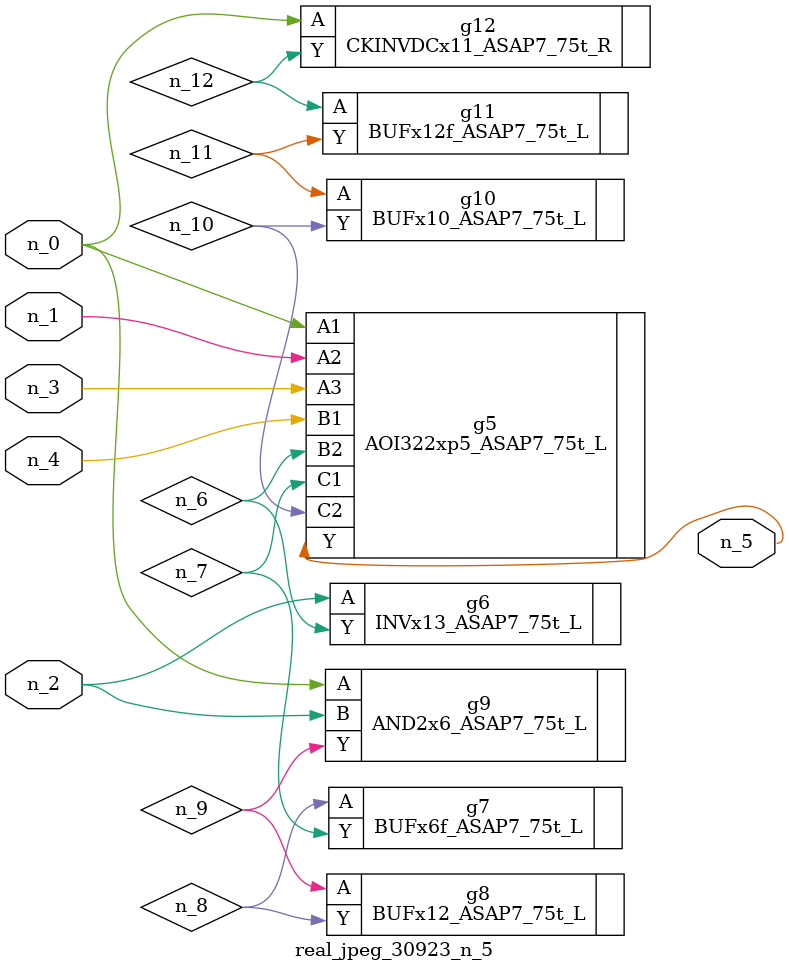
<source format=v>
module real_jpeg_30923_n_5 (n_4, n_0, n_1, n_2, n_3, n_5);

input n_4;
input n_0;
input n_1;
input n_2;
input n_3;

output n_5;

wire n_12;
wire n_8;
wire n_11;
wire n_6;
wire n_7;
wire n_10;
wire n_9;

AOI322xp5_ASAP7_75t_L g5 ( 
.A1(n_0),
.A2(n_1),
.A3(n_3),
.B1(n_4),
.B2(n_6),
.C1(n_7),
.C2(n_10),
.Y(n_5)
);

AND2x6_ASAP7_75t_L g9 ( 
.A(n_0),
.B(n_2),
.Y(n_9)
);

CKINVDCx11_ASAP7_75t_R g12 ( 
.A(n_0),
.Y(n_12)
);

INVx13_ASAP7_75t_L g6 ( 
.A(n_2),
.Y(n_6)
);

BUFx6f_ASAP7_75t_L g7 ( 
.A(n_8),
.Y(n_7)
);

BUFx12_ASAP7_75t_L g8 ( 
.A(n_9),
.Y(n_8)
);

BUFx10_ASAP7_75t_L g10 ( 
.A(n_11),
.Y(n_10)
);

BUFx12f_ASAP7_75t_L g11 ( 
.A(n_12),
.Y(n_11)
);


endmodule
</source>
